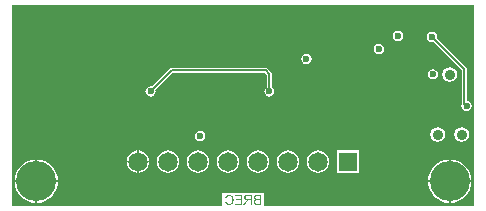
<source format=gbl>
G04*
G04 #@! TF.GenerationSoftware,Altium Limited,Altium Designer,21.6.4 (81)*
G04*
G04 Layer_Physical_Order=4*
G04 Layer_Color=16711680*
%FSLAX44Y44*%
%MOMM*%
G71*
G04*
G04 #@! TF.SameCoordinates,9C7C5B9B-610B-4B87-8B93-73775DEEA3A0*
G04*
G04*
G04 #@! TF.FilePolarity,Positive*
G04*
G01*
G75*
%ADD36C,0.1520*%
%ADD37C,0.9000*%
%ADD38C,3.4000*%
%ADD39C,1.6500*%
%ADD40R,1.6500X1.6500*%
%ADD41C,0.6000*%
G36*
X395922Y4078D02*
X217500Y4078D01*
X217500Y15000D01*
X182500Y15000D01*
X182500Y4078D01*
X4078Y4078D01*
X4078Y174624D01*
X395922D01*
X395922Y4078D01*
D02*
G37*
G36*
X188435Y13390D02*
X188629Y13373D01*
X188817Y13349D01*
X188999Y13320D01*
X189169Y13285D01*
X189333Y13238D01*
X189486Y13197D01*
X189626Y13150D01*
X189750Y13103D01*
X189867Y13062D01*
X189967Y13021D01*
X190049Y12980D01*
X190119Y12950D01*
X190166Y12927D01*
X190196Y12909D01*
X190207Y12903D01*
X190372Y12804D01*
X190524Y12698D01*
X190665Y12586D01*
X190800Y12469D01*
X190923Y12352D01*
X191035Y12234D01*
X191140Y12111D01*
X191228Y12000D01*
X191310Y11894D01*
X191387Y11789D01*
X191445Y11701D01*
X191498Y11624D01*
X191533Y11554D01*
X191563Y11507D01*
X191580Y11478D01*
X191586Y11466D01*
X191668Y11284D01*
X191744Y11102D01*
X191809Y10914D01*
X191862Y10727D01*
X191909Y10539D01*
X191950Y10351D01*
X191979Y10175D01*
X192009Y10011D01*
X192026Y9852D01*
X192044Y9706D01*
X192050Y9577D01*
X192061Y9465D01*
Y9377D01*
X192067Y9342D01*
Y9312D01*
Y9289D01*
Y9272D01*
Y9260D01*
Y9254D01*
X192061Y9037D01*
X192050Y8826D01*
X192026Y8620D01*
X192003Y8427D01*
X191968Y8233D01*
X191932Y8057D01*
X191891Y7887D01*
X191850Y7728D01*
X191815Y7588D01*
X191774Y7458D01*
X191739Y7347D01*
X191703Y7253D01*
X191680Y7177D01*
X191656Y7124D01*
X191645Y7089D01*
X191639Y7083D01*
Y7077D01*
X191557Y6895D01*
X191463Y6719D01*
X191363Y6561D01*
X191263Y6408D01*
X191158Y6273D01*
X191052Y6144D01*
X190952Y6033D01*
X190853Y5927D01*
X190759Y5833D01*
X190671Y5757D01*
X190595Y5687D01*
X190524Y5634D01*
X190466Y5593D01*
X190424Y5557D01*
X190401Y5540D01*
X190389Y5534D01*
X190231Y5440D01*
X190061Y5358D01*
X189885Y5288D01*
X189709Y5223D01*
X189533Y5176D01*
X189351Y5129D01*
X189181Y5094D01*
X189010Y5064D01*
X188858Y5047D01*
X188711Y5029D01*
X188582Y5018D01*
X188470Y5006D01*
X188382D01*
X188342Y5000D01*
X188253D01*
X188019Y5006D01*
X187796Y5029D01*
X187585Y5064D01*
X187379Y5106D01*
X187191Y5158D01*
X187015Y5217D01*
X186851Y5282D01*
X186705Y5346D01*
X186569Y5411D01*
X186452Y5475D01*
X186346Y5534D01*
X186264Y5587D01*
X186194Y5628D01*
X186147Y5663D01*
X186118Y5687D01*
X186106Y5692D01*
X185948Y5833D01*
X185801Y5980D01*
X185666Y6138D01*
X185543Y6303D01*
X185431Y6473D01*
X185331Y6637D01*
X185243Y6801D01*
X185167Y6966D01*
X185097Y7118D01*
X185038Y7259D01*
X184991Y7382D01*
X184950Y7494D01*
X184921Y7582D01*
X184909Y7623D01*
X184903Y7652D01*
X184897Y7675D01*
X184891Y7693D01*
X184886Y7705D01*
Y7711D01*
X185959Y7981D01*
X186006Y7793D01*
X186059Y7623D01*
X186118Y7458D01*
X186188Y7312D01*
X186253Y7171D01*
X186329Y7042D01*
X186399Y6930D01*
X186470Y6825D01*
X186534Y6737D01*
X186599Y6655D01*
X186658Y6590D01*
X186710Y6537D01*
X186751Y6490D01*
X186781Y6461D01*
X186804Y6443D01*
X186810Y6438D01*
X186933Y6349D01*
X187057Y6267D01*
X187186Y6197D01*
X187315Y6138D01*
X187444Y6091D01*
X187573Y6050D01*
X187696Y6015D01*
X187813Y5986D01*
X187919Y5962D01*
X188025Y5950D01*
X188113Y5939D01*
X188189Y5927D01*
X188253D01*
X188300Y5921D01*
X188342D01*
X188476Y5927D01*
X188611Y5939D01*
X188740Y5956D01*
X188869Y5980D01*
X188987Y6009D01*
X189104Y6044D01*
X189210Y6074D01*
X189310Y6115D01*
X189398Y6150D01*
X189480Y6179D01*
X189550Y6215D01*
X189609Y6244D01*
X189656Y6267D01*
X189691Y6285D01*
X189714Y6297D01*
X189720Y6303D01*
X189838Y6379D01*
X189943Y6461D01*
X190043Y6549D01*
X190137Y6643D01*
X190219Y6737D01*
X190295Y6837D01*
X190366Y6930D01*
X190430Y7018D01*
X190483Y7106D01*
X190530Y7189D01*
X190571Y7265D01*
X190600Y7329D01*
X190630Y7382D01*
X190647Y7417D01*
X190653Y7447D01*
X190659Y7453D01*
X190712Y7599D01*
X190759Y7752D01*
X190800Y7904D01*
X190829Y8063D01*
X190888Y8362D01*
X190905Y8509D01*
X190923Y8650D01*
X190935Y8773D01*
X190941Y8890D01*
X190947Y8996D01*
X190952Y9084D01*
X190958Y9160D01*
Y9213D01*
Y9248D01*
Y9260D01*
X190952Y9412D01*
X190947Y9559D01*
X190917Y9841D01*
X190900Y9976D01*
X190876Y10105D01*
X190853Y10228D01*
X190829Y10339D01*
X190806Y10445D01*
X190788Y10539D01*
X190765Y10621D01*
X190747Y10691D01*
X190730Y10744D01*
X190718Y10785D01*
X190706Y10815D01*
Y10820D01*
X190653Y10961D01*
X190595Y11090D01*
X190530Y11214D01*
X190460Y11325D01*
X190389Y11437D01*
X190319Y11536D01*
X190243Y11624D01*
X190172Y11706D01*
X190102Y11777D01*
X190037Y11841D01*
X189979Y11894D01*
X189926Y11941D01*
X189885Y11976D01*
X189855Y12006D01*
X189832Y12017D01*
X189826Y12023D01*
X189703Y12105D01*
X189574Y12170D01*
X189445Y12234D01*
X189315Y12287D01*
X189181Y12328D01*
X189051Y12364D01*
X188928Y12393D01*
X188805Y12416D01*
X188694Y12440D01*
X188588Y12452D01*
X188494Y12463D01*
X188412Y12469D01*
X188347Y12475D01*
X188259D01*
X188107Y12469D01*
X187966Y12457D01*
X187831Y12440D01*
X187702Y12411D01*
X187585Y12381D01*
X187473Y12346D01*
X187373Y12311D01*
X187279Y12276D01*
X187197Y12234D01*
X187121Y12199D01*
X187057Y12164D01*
X187004Y12135D01*
X186963Y12105D01*
X186933Y12088D01*
X186916Y12076D01*
X186910Y12070D01*
X186810Y11988D01*
X186716Y11900D01*
X186634Y11800D01*
X186552Y11701D01*
X186476Y11589D01*
X186411Y11484D01*
X186346Y11378D01*
X186294Y11272D01*
X186247Y11172D01*
X186200Y11079D01*
X186165Y10997D01*
X186135Y10926D01*
X186112Y10862D01*
X186094Y10820D01*
X186088Y10791D01*
X186082Y10779D01*
X185026Y11026D01*
X185091Y11231D01*
X185173Y11425D01*
X185255Y11607D01*
X185349Y11777D01*
X185443Y11929D01*
X185537Y12076D01*
X185637Y12205D01*
X185730Y12322D01*
X185824Y12428D01*
X185907Y12516D01*
X185983Y12598D01*
X186053Y12657D01*
X186106Y12710D01*
X186153Y12745D01*
X186176Y12768D01*
X186188Y12774D01*
X186346Y12886D01*
X186511Y12980D01*
X186687Y13062D01*
X186857Y13132D01*
X187027Y13197D01*
X187197Y13244D01*
X187362Y13285D01*
X187520Y13320D01*
X187673Y13343D01*
X187808Y13361D01*
X187925Y13379D01*
X188030Y13384D01*
X188118Y13390D01*
X188154Y13396D01*
X188236D01*
X188435Y13390D01*
D02*
G37*
G36*
X215114Y5135D02*
X211882D01*
X211741Y5141D01*
X211612Y5147D01*
X211488Y5158D01*
X211377Y5164D01*
X211265Y5176D01*
X211166Y5188D01*
X211078Y5205D01*
X210996Y5217D01*
X210925Y5229D01*
X210861Y5241D01*
X210808Y5246D01*
X210767Y5258D01*
X210737Y5264D01*
X210720Y5270D01*
X210714D01*
X210520Y5329D01*
X210350Y5387D01*
X210198Y5458D01*
X210133Y5487D01*
X210068Y5522D01*
X210016Y5551D01*
X209969Y5581D01*
X209928Y5604D01*
X209892Y5628D01*
X209863Y5645D01*
X209846Y5657D01*
X209834Y5669D01*
X209828D01*
X209699Y5774D01*
X209587Y5898D01*
X209488Y6021D01*
X209400Y6144D01*
X209329Y6250D01*
X209300Y6297D01*
X209276Y6338D01*
X209259Y6373D01*
X209247Y6396D01*
X209235Y6414D01*
Y6420D01*
X209153Y6608D01*
X209095Y6795D01*
X209048Y6977D01*
X209018Y7142D01*
X209006Y7212D01*
X209001Y7282D01*
X208995Y7341D01*
Y7388D01*
X208989Y7429D01*
Y7464D01*
Y7482D01*
Y7488D01*
X208995Y7617D01*
X209006Y7740D01*
X209024Y7863D01*
X209053Y7975D01*
X209083Y8086D01*
X209112Y8186D01*
X209153Y8280D01*
X209188Y8368D01*
X209223Y8444D01*
X209259Y8515D01*
X209294Y8573D01*
X209323Y8620D01*
X209353Y8661D01*
X209370Y8691D01*
X209382Y8708D01*
X209388Y8714D01*
X209464Y8808D01*
X209546Y8896D01*
X209640Y8978D01*
X209728Y9049D01*
X209822Y9119D01*
X209916Y9178D01*
X210010Y9230D01*
X210104Y9277D01*
X210186Y9324D01*
X210268Y9359D01*
X210338Y9389D01*
X210397Y9412D01*
X210450Y9430D01*
X210485Y9442D01*
X210514Y9453D01*
X210520D01*
X210415Y9506D01*
X210321Y9565D01*
X210233Y9624D01*
X210145Y9688D01*
X210068Y9753D01*
X209998Y9811D01*
X209939Y9870D01*
X209881Y9929D01*
X209834Y9981D01*
X209787Y10034D01*
X209752Y10075D01*
X209722Y10116D01*
X209699Y10152D01*
X209681Y10175D01*
X209675Y10187D01*
X209669Y10193D01*
X209617Y10281D01*
X209576Y10369D01*
X209534Y10451D01*
X209505Y10539D01*
X209452Y10703D01*
X209417Y10856D01*
X209405Y10920D01*
X209400Y10985D01*
X209388Y11037D01*
Y11085D01*
X209382Y11120D01*
Y11149D01*
Y11167D01*
Y11172D01*
X209388Y11278D01*
X209394Y11378D01*
X209435Y11577D01*
X209482Y11759D01*
X209511Y11841D01*
X209540Y11924D01*
X209576Y11994D01*
X209605Y12053D01*
X209628Y12111D01*
X209652Y12158D01*
X209675Y12193D01*
X209693Y12223D01*
X209699Y12240D01*
X209705Y12246D01*
X209769Y12340D01*
X209834Y12428D01*
X209904Y12504D01*
X209975Y12581D01*
X210051Y12651D01*
X210121Y12710D01*
X210192Y12768D01*
X210262Y12815D01*
X210327Y12862D01*
X210391Y12897D01*
X210444Y12933D01*
X210491Y12956D01*
X210532Y12980D01*
X210561Y12991D01*
X210579Y13003D01*
X210585D01*
X210690Y13050D01*
X210808Y13085D01*
X211054Y13150D01*
X211301Y13197D01*
X211424Y13209D01*
X211541Y13226D01*
X211647Y13232D01*
X211752Y13244D01*
X211840Y13250D01*
X211922D01*
X211987Y13255D01*
X215114D01*
Y5135D01*
D02*
G37*
G36*
X207493D02*
X206419D01*
Y8743D01*
X205028D01*
X204905Y8737D01*
X204799Y8732D01*
X204717Y8726D01*
X204659Y8714D01*
X204612Y8708D01*
X204582Y8702D01*
X204577D01*
X204483Y8673D01*
X204395Y8644D01*
X204312Y8603D01*
X204242Y8567D01*
X204178Y8538D01*
X204131Y8509D01*
X204101Y8491D01*
X204090Y8485D01*
X203996Y8421D01*
X203902Y8339D01*
X203814Y8245D01*
X203726Y8157D01*
X203655Y8074D01*
X203597Y8004D01*
X203573Y7975D01*
X203556Y7957D01*
X203550Y7945D01*
X203544Y7940D01*
X203485Y7863D01*
X203421Y7781D01*
X203292Y7605D01*
X203162Y7417D01*
X203039Y7236D01*
X202987Y7153D01*
X202934Y7077D01*
X202887Y7007D01*
X202846Y6942D01*
X202816Y6895D01*
X202793Y6854D01*
X202775Y6831D01*
X202769Y6825D01*
X201696Y5135D01*
X200352D01*
X201754Y7341D01*
X201913Y7576D01*
X201995Y7681D01*
X202071Y7787D01*
X202147Y7881D01*
X202224Y7969D01*
X202294Y8051D01*
X202359Y8127D01*
X202417Y8198D01*
X202476Y8256D01*
X202523Y8303D01*
X202564Y8350D01*
X202599Y8380D01*
X202623Y8409D01*
X202640Y8421D01*
X202646Y8427D01*
X202740Y8503D01*
X202840Y8573D01*
X202945Y8644D01*
X203051Y8702D01*
X203145Y8755D01*
X203186Y8779D01*
X203221Y8796D01*
X203251Y8814D01*
X203274Y8820D01*
X203286Y8831D01*
X203292D01*
X203080Y8867D01*
X202881Y8908D01*
X202699Y8960D01*
X202529Y9013D01*
X202376Y9078D01*
X202230Y9136D01*
X202106Y9201D01*
X201989Y9266D01*
X201889Y9330D01*
X201807Y9389D01*
X201731Y9442D01*
X201672Y9489D01*
X201625Y9530D01*
X201590Y9559D01*
X201572Y9577D01*
X201567Y9582D01*
X201467Y9694D01*
X201379Y9817D01*
X201303Y9934D01*
X201238Y10058D01*
X201185Y10181D01*
X201138Y10304D01*
X201103Y10422D01*
X201074Y10533D01*
X201050Y10639D01*
X201033Y10732D01*
X201021Y10820D01*
X201009Y10891D01*
Y10955D01*
X201003Y11002D01*
Y11026D01*
Y11037D01*
X201009Y11161D01*
X201015Y11284D01*
X201033Y11401D01*
X201056Y11513D01*
X201080Y11618D01*
X201109Y11718D01*
X201144Y11812D01*
X201173Y11900D01*
X201203Y11976D01*
X201238Y12047D01*
X201267Y12111D01*
X201291Y12164D01*
X201314Y12205D01*
X201326Y12234D01*
X201338Y12252D01*
X201344Y12258D01*
X201408Y12358D01*
X201479Y12452D01*
X201555Y12534D01*
X201625Y12616D01*
X201702Y12686D01*
X201778Y12751D01*
X201854Y12804D01*
X201924Y12856D01*
X201989Y12897D01*
X202054Y12933D01*
X202106Y12968D01*
X202153Y12991D01*
X202194Y13009D01*
X202224Y13021D01*
X202241Y13032D01*
X202247D01*
X202359Y13074D01*
X202482Y13109D01*
X202611Y13138D01*
X202740Y13161D01*
X203016Y13203D01*
X203151Y13214D01*
X203280Y13226D01*
X203409Y13238D01*
X203520Y13244D01*
X203626Y13250D01*
X203720D01*
X203790Y13255D01*
X207493D01*
Y5135D01*
D02*
G37*
G36*
X199296D02*
X193241D01*
Y6091D01*
X198222D01*
Y8855D01*
X193734D01*
Y9811D01*
X198222D01*
Y12299D01*
X193428D01*
Y13255D01*
X199296D01*
Y5135D01*
D02*
G37*
%LPC*%
G36*
X331250Y152354D02*
X329584Y152022D01*
X328172Y151079D01*
X327228Y149666D01*
X326896Y148000D01*
X327228Y146334D01*
X328172Y144922D01*
X329584Y143978D01*
X331250Y143646D01*
X332916Y143978D01*
X334328Y144922D01*
X335272Y146334D01*
X335604Y148000D01*
X335272Y149666D01*
X334328Y151079D01*
X332916Y152022D01*
X331250Y152354D01*
D02*
G37*
G36*
X315000Y141354D02*
X313334Y141022D01*
X311922Y140078D01*
X310978Y138666D01*
X310646Y137000D01*
X310978Y135334D01*
X311922Y133921D01*
X313334Y132978D01*
X315000Y132646D01*
X316666Y132978D01*
X318078Y133921D01*
X319022Y135334D01*
X319354Y137000D01*
X319022Y138666D01*
X318078Y140078D01*
X316666Y141022D01*
X315000Y141354D01*
D02*
G37*
G36*
X253750Y132854D02*
X252084Y132522D01*
X250672Y131579D01*
X249728Y130166D01*
X249396Y128500D01*
X249728Y126834D01*
X250672Y125421D01*
X252084Y124478D01*
X253750Y124146D01*
X255416Y124478D01*
X256828Y125421D01*
X257772Y126834D01*
X258104Y128500D01*
X257772Y130166D01*
X256828Y131579D01*
X255416Y132522D01*
X253750Y132854D01*
D02*
G37*
G36*
X360750Y119854D02*
X359084Y119522D01*
X357672Y118579D01*
X356728Y117166D01*
X356396Y115500D01*
X356728Y113834D01*
X357672Y112422D01*
X359084Y111478D01*
X360750Y111146D01*
X362416Y111478D01*
X363829Y112422D01*
X364772Y113834D01*
X365104Y115500D01*
X364772Y117166D01*
X363829Y118579D01*
X362416Y119522D01*
X360750Y119854D01*
D02*
G37*
G36*
X374900Y121717D02*
X372463Y121233D01*
X370398Y119852D01*
X369017Y117787D01*
X368533Y115350D01*
X369017Y112913D01*
X370398Y110848D01*
X372463Y109467D01*
X374900Y108983D01*
X377337Y109467D01*
X379402Y110848D01*
X380783Y112913D01*
X381267Y115350D01*
X380783Y117787D01*
X379402Y119852D01*
X377337Y121233D01*
X374900Y121717D01*
D02*
G37*
G36*
X219184Y121070D02*
X139750D01*
X138958Y120912D01*
X138286Y120463D01*
X122940Y105117D01*
X121750Y105354D01*
X120084Y105022D01*
X118672Y104079D01*
X117728Y102666D01*
X117396Y101000D01*
X117728Y99334D01*
X118672Y97921D01*
X120084Y96978D01*
X121750Y96646D01*
X123416Y96978D01*
X124829Y97921D01*
X125772Y99334D01*
X126104Y101000D01*
X125867Y102190D01*
X140607Y116930D01*
X218327D01*
X220319Y114938D01*
Y104845D01*
X219172Y104079D01*
X218228Y102666D01*
X217896Y101000D01*
X218228Y99334D01*
X219172Y97921D01*
X220584Y96978D01*
X222250Y96646D01*
X223916Y96978D01*
X225329Y97921D01*
X226272Y99334D01*
X226604Y101000D01*
X226272Y102666D01*
X225329Y104079D01*
X224458Y104660D01*
Y115796D01*
X224301Y116588D01*
X223852Y117259D01*
X220648Y120463D01*
X219976Y120912D01*
X219184Y121070D01*
D02*
G37*
G36*
X360000Y151604D02*
X358334Y151272D01*
X356922Y150329D01*
X355978Y148916D01*
X355646Y147250D01*
X355978Y145584D01*
X356922Y144171D01*
X358334Y143228D01*
X360000Y142896D01*
X361190Y143133D01*
X385400Y118923D01*
Y90674D01*
X385228Y90416D01*
X384896Y88750D01*
X385228Y87084D01*
X386171Y85672D01*
X387584Y84728D01*
X389250Y84396D01*
X390916Y84728D01*
X392328Y85672D01*
X393272Y87084D01*
X393604Y88750D01*
X393272Y90416D01*
X392328Y91828D01*
X390916Y92772D01*
X389540Y93046D01*
Y119780D01*
X389382Y120572D01*
X388933Y121243D01*
X364117Y146060D01*
X364354Y147250D01*
X364022Y148916D01*
X363078Y150329D01*
X361666Y151272D01*
X360000Y151604D01*
D02*
G37*
G36*
X163750Y67604D02*
X162084Y67272D01*
X160672Y66329D01*
X159728Y64916D01*
X159396Y63250D01*
X159728Y61584D01*
X160672Y60171D01*
X162084Y59228D01*
X163750Y58896D01*
X165416Y59228D01*
X166828Y60171D01*
X167772Y61584D01*
X168104Y63250D01*
X167772Y64916D01*
X166828Y66329D01*
X165416Y67272D01*
X163750Y67604D01*
D02*
G37*
G36*
X385060Y70917D02*
X382623Y70433D01*
X380558Y69052D01*
X379177Y66987D01*
X378693Y64550D01*
X379177Y62113D01*
X380558Y60048D01*
X382623Y58667D01*
X385060Y58183D01*
X387497Y58667D01*
X389562Y60048D01*
X390943Y62113D01*
X391427Y64550D01*
X390943Y66987D01*
X389562Y69052D01*
X387497Y70433D01*
X385060Y70917D01*
D02*
G37*
G36*
X364740D02*
X362303Y70433D01*
X360238Y69052D01*
X358857Y66987D01*
X358373Y64550D01*
X358857Y62113D01*
X360238Y60048D01*
X362303Y58667D01*
X364740Y58183D01*
X367177Y58667D01*
X369242Y60048D01*
X370623Y62113D01*
X371107Y64550D01*
X370623Y66987D01*
X369242Y69052D01*
X367177Y70433D01*
X364740Y70917D01*
D02*
G37*
G36*
X111862Y51202D02*
Y42462D01*
X120602D01*
X120375Y44185D01*
X119416Y46501D01*
X117890Y48490D01*
X115901Y50016D01*
X113585Y50975D01*
X111862Y51202D01*
D02*
G37*
G36*
X110338D02*
X108615Y50975D01*
X106299Y50016D01*
X104310Y48490D01*
X102784Y46501D01*
X101825Y44185D01*
X101598Y42462D01*
X110338D01*
Y51202D01*
D02*
G37*
G36*
X120602Y40938D02*
X111862D01*
Y32198D01*
X113585Y32425D01*
X115901Y33384D01*
X117890Y34910D01*
X119416Y36899D01*
X120375Y39215D01*
X120602Y40938D01*
D02*
G37*
G36*
X110338D02*
X101598D01*
X101825Y39215D01*
X102784Y36899D01*
X104310Y34910D01*
X106299Y33384D01*
X108615Y32425D01*
X110338Y32198D01*
Y40938D01*
D02*
G37*
G36*
X298420Y51220D02*
X279380D01*
Y32180D01*
X298420D01*
Y51220D01*
D02*
G37*
G36*
X263500Y51302D02*
X261015Y50975D01*
X258699Y50016D01*
X256710Y48490D01*
X255184Y46501D01*
X254225Y44185D01*
X253898Y41700D01*
X254225Y39215D01*
X255184Y36899D01*
X256710Y34910D01*
X258699Y33384D01*
X261015Y32425D01*
X263500Y32098D01*
X265985Y32425D01*
X268301Y33384D01*
X270290Y34910D01*
X271816Y36899D01*
X272775Y39215D01*
X273102Y41700D01*
X272775Y44185D01*
X271816Y46501D01*
X270290Y48490D01*
X268301Y50016D01*
X265985Y50975D01*
X263500Y51302D01*
D02*
G37*
G36*
X238100D02*
X235615Y50975D01*
X233299Y50016D01*
X231310Y48490D01*
X229784Y46501D01*
X228825Y44185D01*
X228498Y41700D01*
X228825Y39215D01*
X229784Y36899D01*
X231310Y34910D01*
X233299Y33384D01*
X235615Y32425D01*
X238100Y32098D01*
X240585Y32425D01*
X242901Y33384D01*
X244890Y34910D01*
X246416Y36899D01*
X247375Y39215D01*
X247702Y41700D01*
X247375Y44185D01*
X246416Y46501D01*
X244890Y48490D01*
X242901Y50016D01*
X240585Y50975D01*
X238100Y51302D01*
D02*
G37*
G36*
X212700D02*
X210215Y50975D01*
X207899Y50016D01*
X205910Y48490D01*
X204384Y46501D01*
X203425Y44185D01*
X203098Y41700D01*
X203425Y39215D01*
X204384Y36899D01*
X205910Y34910D01*
X207899Y33384D01*
X210215Y32425D01*
X212700Y32098D01*
X215185Y32425D01*
X217501Y33384D01*
X219490Y34910D01*
X221016Y36899D01*
X221975Y39215D01*
X222302Y41700D01*
X221975Y44185D01*
X221016Y46501D01*
X219490Y48490D01*
X217501Y50016D01*
X215185Y50975D01*
X212700Y51302D01*
D02*
G37*
G36*
X187300D02*
X184815Y50975D01*
X182499Y50016D01*
X180510Y48490D01*
X178984Y46501D01*
X178025Y44185D01*
X177698Y41700D01*
X178025Y39215D01*
X178984Y36899D01*
X180510Y34910D01*
X182499Y33384D01*
X184815Y32425D01*
X187300Y32098D01*
X189785Y32425D01*
X192101Y33384D01*
X194090Y34910D01*
X195616Y36899D01*
X196575Y39215D01*
X196902Y41700D01*
X196575Y44185D01*
X195616Y46501D01*
X194090Y48490D01*
X192101Y50016D01*
X189785Y50975D01*
X187300Y51302D01*
D02*
G37*
G36*
X161900D02*
X159415Y50975D01*
X157099Y50016D01*
X155110Y48490D01*
X153584Y46501D01*
X152625Y44185D01*
X152298Y41700D01*
X152625Y39215D01*
X153584Y36899D01*
X155110Y34910D01*
X157099Y33384D01*
X159415Y32425D01*
X161900Y32098D01*
X164385Y32425D01*
X166701Y33384D01*
X168690Y34910D01*
X170216Y36899D01*
X171175Y39215D01*
X171502Y41700D01*
X171175Y44185D01*
X170216Y46501D01*
X168690Y48490D01*
X166701Y50016D01*
X164385Y50975D01*
X161900Y51302D01*
D02*
G37*
G36*
X136500D02*
X134015Y50975D01*
X131699Y50016D01*
X129710Y48490D01*
X128184Y46501D01*
X127225Y44185D01*
X126898Y41700D01*
X127225Y39215D01*
X128184Y36899D01*
X129710Y34910D01*
X131699Y33384D01*
X134015Y32425D01*
X136500Y32098D01*
X138985Y32425D01*
X141301Y33384D01*
X143290Y34910D01*
X144816Y36899D01*
X145775Y39215D01*
X146102Y41700D01*
X145775Y44185D01*
X144816Y46501D01*
X143290Y48490D01*
X141301Y50016D01*
X138985Y50975D01*
X136500Y51302D01*
D02*
G37*
G36*
X375762Y43283D02*
Y25762D01*
X393283D01*
X393006Y28582D01*
X391961Y32025D01*
X390264Y35199D01*
X387981Y37981D01*
X385199Y40264D01*
X382025Y41961D01*
X378582Y43006D01*
X375762Y43283D01*
D02*
G37*
G36*
X374238D02*
X371418Y43006D01*
X367975Y41961D01*
X364801Y40264D01*
X362019Y37981D01*
X359736Y35199D01*
X358039Y32025D01*
X356994Y28582D01*
X356717Y25762D01*
X374238D01*
Y43283D01*
D02*
G37*
G36*
X25762D02*
Y25762D01*
X43283D01*
X43006Y28582D01*
X41961Y32025D01*
X40264Y35199D01*
X37981Y37981D01*
X35199Y40264D01*
X32025Y41961D01*
X28582Y43006D01*
X25762Y43283D01*
D02*
G37*
G36*
X24238D02*
X21418Y43006D01*
X17975Y41961D01*
X14801Y40264D01*
X12019Y37981D01*
X9736Y35199D01*
X8039Y32025D01*
X6994Y28582D01*
X6717Y25762D01*
X24238D01*
Y43283D01*
D02*
G37*
G36*
X393283Y24238D02*
X375762D01*
Y6717D01*
X378582Y6994D01*
X382025Y8039D01*
X385199Y9736D01*
X387981Y12019D01*
X390264Y14801D01*
X391961Y17975D01*
X393006Y21418D01*
X393283Y24238D01*
D02*
G37*
G36*
X374238D02*
X356717D01*
X356994Y21418D01*
X358039Y17975D01*
X359736Y14801D01*
X362019Y12019D01*
X364801Y9736D01*
X367975Y8039D01*
X371418Y6994D01*
X374238Y6717D01*
Y24238D01*
D02*
G37*
G36*
X43283D02*
X25762D01*
Y6717D01*
X28582Y6994D01*
X32025Y8039D01*
X35199Y9736D01*
X37981Y12019D01*
X40264Y14801D01*
X41961Y17975D01*
X43006Y21418D01*
X43283Y24238D01*
D02*
G37*
G36*
X24238D02*
X6717D01*
X6994Y21418D01*
X8039Y17975D01*
X9736Y14801D01*
X12019Y12019D01*
X14801Y9736D01*
X17975Y8039D01*
X21418Y6994D01*
X24238Y6717D01*
Y24238D01*
D02*
G37*
G36*
X214041Y12299D02*
X212263D01*
X212116Y12293D01*
X211981Y12287D01*
X211858Y12281D01*
X211747Y12270D01*
X211647Y12264D01*
X211559Y12252D01*
X211477Y12240D01*
X211406Y12229D01*
X211348Y12217D01*
X211301Y12211D01*
X211259Y12199D01*
X211230Y12193D01*
X211207Y12188D01*
X211195Y12182D01*
X211189D01*
X211060Y12129D01*
X210954Y12070D01*
X210855Y12000D01*
X210778Y11929D01*
X210720Y11865D01*
X210673Y11812D01*
X210649Y11771D01*
X210638Y11765D01*
Y11759D01*
X210573Y11642D01*
X210520Y11519D01*
X210485Y11401D01*
X210462Y11290D01*
X210450Y11196D01*
X210444Y11155D01*
X210438Y11120D01*
Y11090D01*
Y11067D01*
Y11055D01*
Y11049D01*
X210450Y10897D01*
X210473Y10756D01*
X210503Y10633D01*
X210544Y10533D01*
X210585Y10445D01*
X210602Y10416D01*
X210614Y10386D01*
X210632Y10363D01*
X210638Y10345D01*
X210649Y10339D01*
Y10333D01*
X210737Y10234D01*
X210831Y10152D01*
X210937Y10081D01*
X211037Y10028D01*
X211125Y9987D01*
X211166Y9970D01*
X211195Y9958D01*
X211224Y9946D01*
X211248Y9940D01*
X211259Y9934D01*
X211265D01*
X211330Y9917D01*
X211400Y9905D01*
X211477Y9893D01*
X211559Y9882D01*
X211729Y9864D01*
X211893Y9852D01*
X211975Y9847D01*
X212116D01*
X212175Y9841D01*
X214041D01*
Y12299D01*
D02*
G37*
G36*
Y8884D02*
X212028D01*
X211893Y8878D01*
X211770Y8873D01*
X211658Y8861D01*
X211553Y8849D01*
X211453Y8837D01*
X211365Y8826D01*
X211283Y8814D01*
X211213Y8802D01*
X211154Y8790D01*
X211101Y8779D01*
X211060Y8767D01*
X211025Y8755D01*
X211001Y8749D01*
X210990Y8743D01*
X210984D01*
X210837Y8685D01*
X210708Y8614D01*
X210597Y8538D01*
X210503Y8456D01*
X210426Y8385D01*
X210373Y8327D01*
X210356Y8303D01*
X210344Y8292D01*
X210333Y8280D01*
Y8274D01*
X210256Y8145D01*
X210198Y8010D01*
X210156Y7881D01*
X210127Y7758D01*
X210110Y7646D01*
X210104Y7605D01*
Y7564D01*
X210098Y7535D01*
Y7505D01*
Y7494D01*
Y7488D01*
X210104Y7347D01*
X210121Y7212D01*
X210151Y7095D01*
X210180Y6995D01*
X210209Y6913D01*
X210239Y6848D01*
X210245Y6825D01*
X210256Y6807D01*
X210262Y6801D01*
Y6795D01*
X210327Y6690D01*
X210391Y6602D01*
X210462Y6525D01*
X210526Y6461D01*
X210585Y6408D01*
X210632Y6373D01*
X210661Y6349D01*
X210667Y6344D01*
X210673D01*
X210772Y6291D01*
X210872Y6244D01*
X210978Y6209D01*
X211072Y6179D01*
X211160Y6156D01*
X211224Y6138D01*
X211254Y6132D01*
X211271D01*
X211283Y6126D01*
X211289D01*
X211330Y6121D01*
X211383Y6115D01*
X211494Y6109D01*
X211612Y6097D01*
X211735D01*
X211846Y6091D01*
X214041D01*
Y8884D01*
D02*
G37*
G36*
X206419Y12358D02*
X203855D01*
X203691Y12352D01*
X203538Y12340D01*
X203397Y12322D01*
X203268Y12299D01*
X203151Y12270D01*
X203039Y12240D01*
X202939Y12205D01*
X202857Y12170D01*
X202781Y12135D01*
X202717Y12099D01*
X202658Y12070D01*
X202611Y12041D01*
X202582Y12017D01*
X202552Y12000D01*
X202541Y11988D01*
X202535Y11982D01*
X202458Y11912D01*
X202394Y11836D01*
X202341Y11759D01*
X202288Y11677D01*
X202247Y11601D01*
X202218Y11519D01*
X202188Y11442D01*
X202165Y11372D01*
X202147Y11302D01*
X202136Y11237D01*
X202124Y11184D01*
X202118Y11131D01*
X202112Y11090D01*
Y11061D01*
Y11043D01*
Y11037D01*
X202124Y10891D01*
X202147Y10756D01*
X202183Y10633D01*
X202218Y10527D01*
X202259Y10439D01*
X202276Y10398D01*
X202294Y10369D01*
X202312Y10345D01*
X202318Y10328D01*
X202329Y10316D01*
Y10310D01*
X202417Y10193D01*
X202517Y10093D01*
X202623Y10011D01*
X202728Y9940D01*
X202822Y9887D01*
X202857Y9870D01*
X202893Y9852D01*
X202922Y9841D01*
X202945Y9829D01*
X202957Y9823D01*
X202963D01*
X203045Y9800D01*
X203127Y9776D01*
X203315Y9741D01*
X203509Y9711D01*
X203691Y9694D01*
X203779Y9688D01*
X203855Y9682D01*
X203931D01*
X203990Y9676D01*
X206419D01*
Y12358D01*
D02*
G37*
%LPD*%
D36*
X387470Y90530D02*
Y119780D01*
Y90530D02*
X389250Y88750D01*
X360000Y147250D02*
X387470Y119780D01*
X139750Y119000D02*
X219184D01*
X222389Y115796D01*
X222250Y101000D02*
X222389Y101139D01*
Y115796D01*
X121750Y101000D02*
X139750Y119000D01*
D37*
X364740Y64550D02*
D03*
X385060D02*
D03*
X374900Y115350D02*
D03*
D38*
X25000Y25000D02*
D03*
X375000D02*
D03*
D39*
X111100Y41700D02*
D03*
X136500D02*
D03*
X238100D02*
D03*
X263500D02*
D03*
X212700D02*
D03*
X187300D02*
D03*
X161900D02*
D03*
D40*
X288900D02*
D03*
D41*
X163750Y63250D02*
D03*
X187250Y67000D02*
D03*
X331250Y148000D02*
D03*
X315000Y137000D02*
D03*
X253750Y128500D02*
D03*
X275000Y126500D02*
D03*
X290000D02*
D03*
X305000D02*
D03*
X256250Y143750D02*
D03*
X350000Y21500D02*
D03*
X50000D02*
D03*
X380000Y171500D02*
D03*
Y141500D02*
D03*
Y51500D02*
D03*
X365000Y126500D02*
D03*
Y51500D02*
D03*
X350000Y96500D02*
D03*
Y81500D02*
D03*
Y66500D02*
D03*
Y51500D02*
D03*
Y36500D02*
D03*
X335000Y126500D02*
D03*
Y111500D02*
D03*
Y81500D02*
D03*
Y66500D02*
D03*
Y51500D02*
D03*
Y36500D02*
D03*
Y21500D02*
D03*
X320000Y111500D02*
D03*
Y96500D02*
D03*
Y81500D02*
D03*
Y66500D02*
D03*
Y51500D02*
D03*
Y36500D02*
D03*
Y21500D02*
D03*
X305000Y111500D02*
D03*
Y81500D02*
D03*
Y66500D02*
D03*
Y51500D02*
D03*
Y36500D02*
D03*
Y21500D02*
D03*
X290000Y111500D02*
D03*
Y81500D02*
D03*
Y66500D02*
D03*
Y21500D02*
D03*
X275000Y111500D02*
D03*
Y81500D02*
D03*
Y66500D02*
D03*
Y51500D02*
D03*
Y21500D02*
D03*
X260000Y111500D02*
D03*
Y81500D02*
D03*
Y66500D02*
D03*
Y21500D02*
D03*
X245000Y66500D02*
D03*
Y21500D02*
D03*
X230000D02*
D03*
X215000Y156500D02*
D03*
Y141500D02*
D03*
Y126500D02*
D03*
Y66500D02*
D03*
Y21500D02*
D03*
X200000Y171500D02*
D03*
Y156500D02*
D03*
Y141500D02*
D03*
Y126500D02*
D03*
Y111500D02*
D03*
Y21500D02*
D03*
X185000Y156500D02*
D03*
Y141500D02*
D03*
Y126500D02*
D03*
Y111500D02*
D03*
Y21500D02*
D03*
X170000D02*
D03*
X155000D02*
D03*
X140000Y171500D02*
D03*
Y21500D02*
D03*
X125000Y171500D02*
D03*
Y51500D02*
D03*
Y21500D02*
D03*
X110000Y171500D02*
D03*
Y156500D02*
D03*
Y141500D02*
D03*
Y126500D02*
D03*
Y111500D02*
D03*
Y81500D02*
D03*
Y66500D02*
D03*
Y21500D02*
D03*
X95000Y171500D02*
D03*
Y156500D02*
D03*
Y141500D02*
D03*
Y126500D02*
D03*
Y111500D02*
D03*
Y81500D02*
D03*
Y66500D02*
D03*
Y51500D02*
D03*
Y36500D02*
D03*
Y21500D02*
D03*
X80000Y171500D02*
D03*
Y156500D02*
D03*
Y141500D02*
D03*
Y126500D02*
D03*
Y111500D02*
D03*
Y96500D02*
D03*
Y81500D02*
D03*
Y66500D02*
D03*
Y51500D02*
D03*
Y36500D02*
D03*
Y21500D02*
D03*
X65000Y171500D02*
D03*
Y156500D02*
D03*
Y141500D02*
D03*
Y126500D02*
D03*
Y111500D02*
D03*
Y81500D02*
D03*
Y66500D02*
D03*
Y51500D02*
D03*
Y36500D02*
D03*
Y21500D02*
D03*
X50000Y171500D02*
D03*
Y156500D02*
D03*
Y141500D02*
D03*
Y126500D02*
D03*
Y111500D02*
D03*
Y96500D02*
D03*
Y81500D02*
D03*
Y66500D02*
D03*
Y51500D02*
D03*
Y36500D02*
D03*
X35000Y171500D02*
D03*
Y156500D02*
D03*
Y141500D02*
D03*
Y126500D02*
D03*
Y111500D02*
D03*
Y96500D02*
D03*
Y81500D02*
D03*
Y66500D02*
D03*
Y51500D02*
D03*
X20000Y171500D02*
D03*
Y156500D02*
D03*
Y141500D02*
D03*
Y126500D02*
D03*
Y111500D02*
D03*
Y96500D02*
D03*
Y81500D02*
D03*
Y66500D02*
D03*
Y51500D02*
D03*
X172500Y100500D02*
D03*
X389250Y88750D02*
D03*
X392500Y96500D02*
D03*
Y81500D02*
D03*
Y111500D02*
D03*
X7500Y51500D02*
D03*
Y66500D02*
D03*
Y81500D02*
D03*
Y96500D02*
D03*
Y111500D02*
D03*
Y126500D02*
D03*
Y141500D02*
D03*
Y156500D02*
D03*
Y171500D02*
D03*
X392500Y141500D02*
D03*
Y126500D02*
D03*
X215000Y111500D02*
D03*
X133000Y161500D02*
D03*
X145000Y132500D02*
D03*
X148250Y112750D02*
D03*
X135000Y100000D02*
D03*
X137500Y61500D02*
D03*
X175000Y50000D02*
D03*
X206000Y57500D02*
D03*
X225000Y50000D02*
D03*
X252500Y51500D02*
D03*
X260000Y101500D02*
D03*
X275000D02*
D03*
X365000Y155000D02*
D03*
X348500Y118750D02*
D03*
Y134500D02*
D03*
X335000Y141500D02*
D03*
X360750Y115500D02*
D03*
X305000Y171500D02*
D03*
X365000D02*
D03*
X290000D02*
D03*
X251000D02*
D03*
X350000D02*
D03*
X320000D02*
D03*
X260000D02*
D03*
X335000D02*
D03*
X275000D02*
D03*
X148750Y171250D02*
D03*
Y150500D02*
D03*
Y161500D02*
D03*
X251250Y84500D02*
D03*
X244000Y77500D02*
D03*
X233000D02*
D03*
X235750Y92500D02*
D03*
X164250D02*
D03*
X150250Y71000D02*
D03*
X148750Y84500D02*
D03*
X50000Y7500D02*
D03*
X65000D02*
D03*
X80000D02*
D03*
X95000D02*
D03*
X110000D02*
D03*
X125000D02*
D03*
X140000D02*
D03*
X155000D02*
D03*
X170000D02*
D03*
X230000D02*
D03*
X245000D02*
D03*
X260000D02*
D03*
X275000D02*
D03*
X290000D02*
D03*
X305000D02*
D03*
X320000D02*
D03*
X335000D02*
D03*
X350000D02*
D03*
X392500Y51500D02*
D03*
Y156500D02*
D03*
Y171500D02*
D03*
X360000Y147250D02*
D03*
X121750Y101000D02*
D03*
X222250D02*
D03*
X171750Y167000D02*
D03*
X223250Y171500D02*
D03*
X209750D02*
D03*
X190250D02*
D03*
X176750D02*
D03*
X225000Y162000D02*
D03*
X171750Y156000D02*
D03*
M02*

</source>
